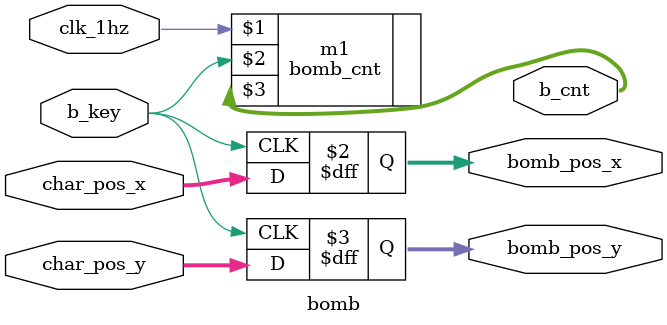
<source format=v>
module bomb(
	input [9:0] char_pos_x,
	input [9:0] char_pos_y,
	input clk_1hz,
	input b_key,	
	output reg [9:0] bomb_pos_x,
	output reg [9:0] bomb_pos_y,
	output [3:0] b_cnt
);

bomb_cnt m1(clk_1hz, b_key, b_cnt);

always @(posedge b_key) begin

	bomb_pos_x <= char_pos_x;
	bomb_pos_y <= char_pos_y;

end

endmodule

</source>
